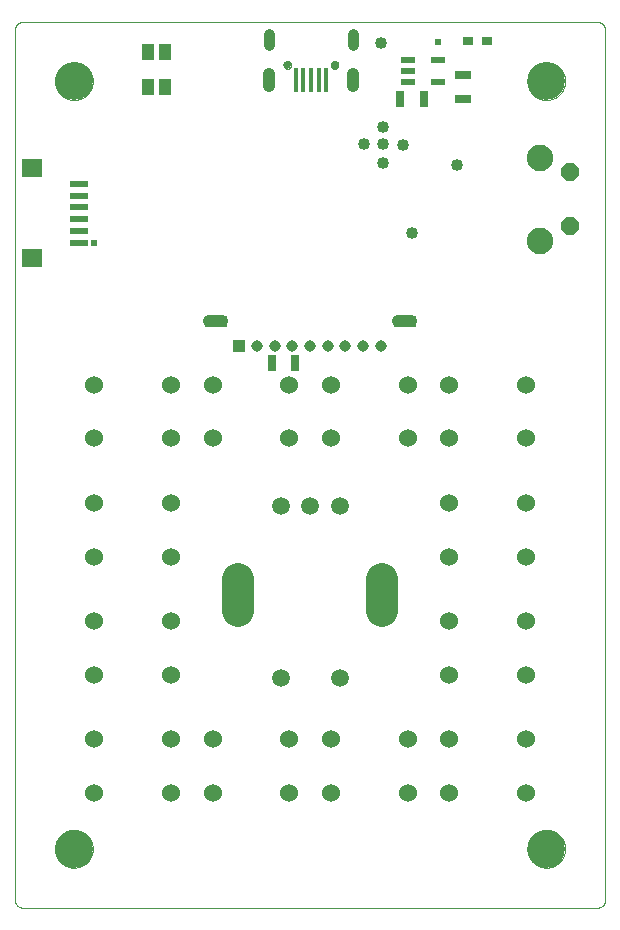
<source format=gts>
G75*
%MOIN*%
%OFA0B0*%
%FSLAX25Y25*%
%IPPOS*%
%LPD*%
%AMOC8*
5,1,8,0,0,1.08239X$1,22.5*
%
%ADD10C,0.00000*%
%ADD11R,0.05512X0.03150*%
%ADD12R,0.03150X0.05512*%
%ADD13C,0.03800*%
%ADD14C,0.04000*%
%ADD15R,0.01575X0.07874*%
%ADD16C,0.02559*%
%ADD17R,0.07087X0.06299*%
%ADD18R,0.06299X0.02362*%
%ADD19R,0.04724X0.02165*%
%ADD20C,0.06000*%
%ADD21R,0.02000X0.02000*%
%ADD22R,0.02000X0.02000*%
%ADD23C,0.04000*%
%ADD24OC8,0.06000*%
%ADD25C,0.08850*%
%ADD26C,0.12598*%
%ADD27R,0.04331X0.05709*%
%ADD28C,0.05906*%
%ADD29C,0.10630*%
%ADD30R,0.03839X0.03839*%
%ADD31C,0.03839*%
%ADD32C,0.04134*%
%ADD33R,0.03543X0.03150*%
D10*
X0029445Y0012103D02*
X0029445Y0301811D01*
X0029447Y0301915D01*
X0029453Y0302019D01*
X0029463Y0302123D01*
X0029476Y0302226D01*
X0029494Y0302329D01*
X0029515Y0302430D01*
X0029540Y0302532D01*
X0029569Y0302632D01*
X0029601Y0302730D01*
X0029637Y0302828D01*
X0029677Y0302924D01*
X0029721Y0303019D01*
X0029768Y0303112D01*
X0029818Y0303203D01*
X0029872Y0303292D01*
X0029929Y0303379D01*
X0029989Y0303464D01*
X0030052Y0303547D01*
X0030119Y0303627D01*
X0030188Y0303705D01*
X0030260Y0303780D01*
X0030335Y0303852D01*
X0030413Y0303921D01*
X0030493Y0303988D01*
X0030576Y0304051D01*
X0030661Y0304111D01*
X0030748Y0304168D01*
X0030837Y0304222D01*
X0030928Y0304272D01*
X0031021Y0304319D01*
X0031116Y0304363D01*
X0031212Y0304403D01*
X0031310Y0304439D01*
X0031408Y0304471D01*
X0031508Y0304500D01*
X0031610Y0304525D01*
X0031711Y0304546D01*
X0031814Y0304564D01*
X0031917Y0304577D01*
X0032021Y0304587D01*
X0032125Y0304593D01*
X0032229Y0304595D01*
X0032229Y0304594D02*
X0223512Y0304594D01*
X0223512Y0304595D02*
X0223616Y0304593D01*
X0223720Y0304587D01*
X0223824Y0304577D01*
X0223927Y0304564D01*
X0224030Y0304546D01*
X0224131Y0304525D01*
X0224233Y0304500D01*
X0224333Y0304471D01*
X0224431Y0304439D01*
X0224529Y0304403D01*
X0224625Y0304363D01*
X0224720Y0304319D01*
X0224813Y0304272D01*
X0224904Y0304222D01*
X0224993Y0304168D01*
X0225080Y0304111D01*
X0225165Y0304051D01*
X0225248Y0303988D01*
X0225328Y0303921D01*
X0225406Y0303852D01*
X0225481Y0303780D01*
X0225553Y0303705D01*
X0225622Y0303627D01*
X0225689Y0303547D01*
X0225752Y0303464D01*
X0225812Y0303379D01*
X0225869Y0303292D01*
X0225923Y0303203D01*
X0225973Y0303112D01*
X0226020Y0303019D01*
X0226064Y0302924D01*
X0226104Y0302828D01*
X0226140Y0302730D01*
X0226172Y0302632D01*
X0226201Y0302532D01*
X0226226Y0302430D01*
X0226247Y0302329D01*
X0226265Y0302226D01*
X0226278Y0302123D01*
X0226288Y0302019D01*
X0226294Y0301915D01*
X0226296Y0301811D01*
X0226296Y0012103D01*
X0226294Y0011999D01*
X0226288Y0011895D01*
X0226278Y0011791D01*
X0226265Y0011688D01*
X0226247Y0011585D01*
X0226226Y0011484D01*
X0226201Y0011382D01*
X0226172Y0011282D01*
X0226140Y0011184D01*
X0226104Y0011086D01*
X0226064Y0010990D01*
X0226020Y0010895D01*
X0225973Y0010802D01*
X0225923Y0010711D01*
X0225869Y0010622D01*
X0225812Y0010535D01*
X0225752Y0010450D01*
X0225689Y0010367D01*
X0225622Y0010287D01*
X0225553Y0010209D01*
X0225481Y0010134D01*
X0225406Y0010062D01*
X0225328Y0009993D01*
X0225248Y0009926D01*
X0225165Y0009863D01*
X0225080Y0009803D01*
X0224993Y0009746D01*
X0224904Y0009692D01*
X0224813Y0009642D01*
X0224720Y0009595D01*
X0224625Y0009551D01*
X0224529Y0009511D01*
X0224431Y0009475D01*
X0224333Y0009443D01*
X0224233Y0009414D01*
X0224131Y0009389D01*
X0224030Y0009368D01*
X0223927Y0009350D01*
X0223824Y0009337D01*
X0223720Y0009327D01*
X0223616Y0009321D01*
X0223512Y0009319D01*
X0032229Y0009319D01*
X0032125Y0009321D01*
X0032021Y0009327D01*
X0031917Y0009337D01*
X0031814Y0009350D01*
X0031711Y0009368D01*
X0031610Y0009389D01*
X0031508Y0009414D01*
X0031408Y0009443D01*
X0031310Y0009475D01*
X0031212Y0009511D01*
X0031116Y0009551D01*
X0031021Y0009595D01*
X0030928Y0009642D01*
X0030837Y0009692D01*
X0030748Y0009746D01*
X0030661Y0009803D01*
X0030576Y0009863D01*
X0030493Y0009926D01*
X0030413Y0009993D01*
X0030335Y0010062D01*
X0030260Y0010134D01*
X0030188Y0010209D01*
X0030119Y0010287D01*
X0030052Y0010367D01*
X0029989Y0010450D01*
X0029929Y0010535D01*
X0029872Y0010622D01*
X0029818Y0010711D01*
X0029768Y0010802D01*
X0029721Y0010895D01*
X0029677Y0010990D01*
X0029637Y0011086D01*
X0029601Y0011184D01*
X0029569Y0011282D01*
X0029540Y0011382D01*
X0029515Y0011484D01*
X0029494Y0011585D01*
X0029476Y0011688D01*
X0029463Y0011791D01*
X0029453Y0011895D01*
X0029447Y0011999D01*
X0029445Y0012103D01*
X0042831Y0029004D02*
X0042833Y0029162D01*
X0042839Y0029320D01*
X0042849Y0029478D01*
X0042863Y0029636D01*
X0042881Y0029793D01*
X0042902Y0029950D01*
X0042928Y0030106D01*
X0042958Y0030262D01*
X0042991Y0030417D01*
X0043029Y0030570D01*
X0043070Y0030723D01*
X0043115Y0030875D01*
X0043164Y0031026D01*
X0043217Y0031175D01*
X0043273Y0031323D01*
X0043333Y0031469D01*
X0043397Y0031614D01*
X0043465Y0031757D01*
X0043536Y0031899D01*
X0043610Y0032039D01*
X0043688Y0032176D01*
X0043770Y0032312D01*
X0043854Y0032446D01*
X0043943Y0032577D01*
X0044034Y0032706D01*
X0044129Y0032833D01*
X0044226Y0032958D01*
X0044327Y0033080D01*
X0044431Y0033199D01*
X0044538Y0033316D01*
X0044648Y0033430D01*
X0044761Y0033541D01*
X0044876Y0033650D01*
X0044994Y0033755D01*
X0045115Y0033857D01*
X0045238Y0033957D01*
X0045364Y0034053D01*
X0045492Y0034146D01*
X0045622Y0034236D01*
X0045755Y0034322D01*
X0045890Y0034406D01*
X0046026Y0034485D01*
X0046165Y0034562D01*
X0046306Y0034634D01*
X0046448Y0034704D01*
X0046592Y0034769D01*
X0046738Y0034831D01*
X0046885Y0034889D01*
X0047034Y0034944D01*
X0047184Y0034995D01*
X0047335Y0035042D01*
X0047487Y0035085D01*
X0047640Y0035124D01*
X0047795Y0035160D01*
X0047950Y0035191D01*
X0048106Y0035219D01*
X0048262Y0035243D01*
X0048419Y0035263D01*
X0048577Y0035279D01*
X0048734Y0035291D01*
X0048893Y0035299D01*
X0049051Y0035303D01*
X0049209Y0035303D01*
X0049367Y0035299D01*
X0049526Y0035291D01*
X0049683Y0035279D01*
X0049841Y0035263D01*
X0049998Y0035243D01*
X0050154Y0035219D01*
X0050310Y0035191D01*
X0050465Y0035160D01*
X0050620Y0035124D01*
X0050773Y0035085D01*
X0050925Y0035042D01*
X0051076Y0034995D01*
X0051226Y0034944D01*
X0051375Y0034889D01*
X0051522Y0034831D01*
X0051668Y0034769D01*
X0051812Y0034704D01*
X0051954Y0034634D01*
X0052095Y0034562D01*
X0052234Y0034485D01*
X0052370Y0034406D01*
X0052505Y0034322D01*
X0052638Y0034236D01*
X0052768Y0034146D01*
X0052896Y0034053D01*
X0053022Y0033957D01*
X0053145Y0033857D01*
X0053266Y0033755D01*
X0053384Y0033650D01*
X0053499Y0033541D01*
X0053612Y0033430D01*
X0053722Y0033316D01*
X0053829Y0033199D01*
X0053933Y0033080D01*
X0054034Y0032958D01*
X0054131Y0032833D01*
X0054226Y0032706D01*
X0054317Y0032577D01*
X0054406Y0032446D01*
X0054490Y0032312D01*
X0054572Y0032176D01*
X0054650Y0032039D01*
X0054724Y0031899D01*
X0054795Y0031757D01*
X0054863Y0031614D01*
X0054927Y0031469D01*
X0054987Y0031323D01*
X0055043Y0031175D01*
X0055096Y0031026D01*
X0055145Y0030875D01*
X0055190Y0030723D01*
X0055231Y0030570D01*
X0055269Y0030417D01*
X0055302Y0030262D01*
X0055332Y0030106D01*
X0055358Y0029950D01*
X0055379Y0029793D01*
X0055397Y0029636D01*
X0055411Y0029478D01*
X0055421Y0029320D01*
X0055427Y0029162D01*
X0055429Y0029004D01*
X0055427Y0028846D01*
X0055421Y0028688D01*
X0055411Y0028530D01*
X0055397Y0028372D01*
X0055379Y0028215D01*
X0055358Y0028058D01*
X0055332Y0027902D01*
X0055302Y0027746D01*
X0055269Y0027591D01*
X0055231Y0027438D01*
X0055190Y0027285D01*
X0055145Y0027133D01*
X0055096Y0026982D01*
X0055043Y0026833D01*
X0054987Y0026685D01*
X0054927Y0026539D01*
X0054863Y0026394D01*
X0054795Y0026251D01*
X0054724Y0026109D01*
X0054650Y0025969D01*
X0054572Y0025832D01*
X0054490Y0025696D01*
X0054406Y0025562D01*
X0054317Y0025431D01*
X0054226Y0025302D01*
X0054131Y0025175D01*
X0054034Y0025050D01*
X0053933Y0024928D01*
X0053829Y0024809D01*
X0053722Y0024692D01*
X0053612Y0024578D01*
X0053499Y0024467D01*
X0053384Y0024358D01*
X0053266Y0024253D01*
X0053145Y0024151D01*
X0053022Y0024051D01*
X0052896Y0023955D01*
X0052768Y0023862D01*
X0052638Y0023772D01*
X0052505Y0023686D01*
X0052370Y0023602D01*
X0052234Y0023523D01*
X0052095Y0023446D01*
X0051954Y0023374D01*
X0051812Y0023304D01*
X0051668Y0023239D01*
X0051522Y0023177D01*
X0051375Y0023119D01*
X0051226Y0023064D01*
X0051076Y0023013D01*
X0050925Y0022966D01*
X0050773Y0022923D01*
X0050620Y0022884D01*
X0050465Y0022848D01*
X0050310Y0022817D01*
X0050154Y0022789D01*
X0049998Y0022765D01*
X0049841Y0022745D01*
X0049683Y0022729D01*
X0049526Y0022717D01*
X0049367Y0022709D01*
X0049209Y0022705D01*
X0049051Y0022705D01*
X0048893Y0022709D01*
X0048734Y0022717D01*
X0048577Y0022729D01*
X0048419Y0022745D01*
X0048262Y0022765D01*
X0048106Y0022789D01*
X0047950Y0022817D01*
X0047795Y0022848D01*
X0047640Y0022884D01*
X0047487Y0022923D01*
X0047335Y0022966D01*
X0047184Y0023013D01*
X0047034Y0023064D01*
X0046885Y0023119D01*
X0046738Y0023177D01*
X0046592Y0023239D01*
X0046448Y0023304D01*
X0046306Y0023374D01*
X0046165Y0023446D01*
X0046026Y0023523D01*
X0045890Y0023602D01*
X0045755Y0023686D01*
X0045622Y0023772D01*
X0045492Y0023862D01*
X0045364Y0023955D01*
X0045238Y0024051D01*
X0045115Y0024151D01*
X0044994Y0024253D01*
X0044876Y0024358D01*
X0044761Y0024467D01*
X0044648Y0024578D01*
X0044538Y0024692D01*
X0044431Y0024809D01*
X0044327Y0024928D01*
X0044226Y0025050D01*
X0044129Y0025175D01*
X0044034Y0025302D01*
X0043943Y0025431D01*
X0043854Y0025562D01*
X0043770Y0025696D01*
X0043688Y0025832D01*
X0043610Y0025969D01*
X0043536Y0026109D01*
X0043465Y0026251D01*
X0043397Y0026394D01*
X0043333Y0026539D01*
X0043273Y0026685D01*
X0043217Y0026833D01*
X0043164Y0026982D01*
X0043115Y0027133D01*
X0043070Y0027285D01*
X0043029Y0027438D01*
X0042991Y0027591D01*
X0042958Y0027746D01*
X0042928Y0027902D01*
X0042902Y0028058D01*
X0042881Y0028215D01*
X0042863Y0028372D01*
X0042849Y0028530D01*
X0042839Y0028688D01*
X0042833Y0028846D01*
X0042831Y0029004D01*
X0100311Y0109319D02*
X0107398Y0109319D01*
X0107398Y0117980D01*
X0100311Y0117980D01*
X0100311Y0109319D01*
X0148343Y0109319D02*
X0155429Y0109319D01*
X0155429Y0117980D01*
X0148343Y0117980D01*
X0148343Y0109319D01*
X0200311Y0029004D02*
X0200313Y0029162D01*
X0200319Y0029320D01*
X0200329Y0029478D01*
X0200343Y0029636D01*
X0200361Y0029793D01*
X0200382Y0029950D01*
X0200408Y0030106D01*
X0200438Y0030262D01*
X0200471Y0030417D01*
X0200509Y0030570D01*
X0200550Y0030723D01*
X0200595Y0030875D01*
X0200644Y0031026D01*
X0200697Y0031175D01*
X0200753Y0031323D01*
X0200813Y0031469D01*
X0200877Y0031614D01*
X0200945Y0031757D01*
X0201016Y0031899D01*
X0201090Y0032039D01*
X0201168Y0032176D01*
X0201250Y0032312D01*
X0201334Y0032446D01*
X0201423Y0032577D01*
X0201514Y0032706D01*
X0201609Y0032833D01*
X0201706Y0032958D01*
X0201807Y0033080D01*
X0201911Y0033199D01*
X0202018Y0033316D01*
X0202128Y0033430D01*
X0202241Y0033541D01*
X0202356Y0033650D01*
X0202474Y0033755D01*
X0202595Y0033857D01*
X0202718Y0033957D01*
X0202844Y0034053D01*
X0202972Y0034146D01*
X0203102Y0034236D01*
X0203235Y0034322D01*
X0203370Y0034406D01*
X0203506Y0034485D01*
X0203645Y0034562D01*
X0203786Y0034634D01*
X0203928Y0034704D01*
X0204072Y0034769D01*
X0204218Y0034831D01*
X0204365Y0034889D01*
X0204514Y0034944D01*
X0204664Y0034995D01*
X0204815Y0035042D01*
X0204967Y0035085D01*
X0205120Y0035124D01*
X0205275Y0035160D01*
X0205430Y0035191D01*
X0205586Y0035219D01*
X0205742Y0035243D01*
X0205899Y0035263D01*
X0206057Y0035279D01*
X0206214Y0035291D01*
X0206373Y0035299D01*
X0206531Y0035303D01*
X0206689Y0035303D01*
X0206847Y0035299D01*
X0207006Y0035291D01*
X0207163Y0035279D01*
X0207321Y0035263D01*
X0207478Y0035243D01*
X0207634Y0035219D01*
X0207790Y0035191D01*
X0207945Y0035160D01*
X0208100Y0035124D01*
X0208253Y0035085D01*
X0208405Y0035042D01*
X0208556Y0034995D01*
X0208706Y0034944D01*
X0208855Y0034889D01*
X0209002Y0034831D01*
X0209148Y0034769D01*
X0209292Y0034704D01*
X0209434Y0034634D01*
X0209575Y0034562D01*
X0209714Y0034485D01*
X0209850Y0034406D01*
X0209985Y0034322D01*
X0210118Y0034236D01*
X0210248Y0034146D01*
X0210376Y0034053D01*
X0210502Y0033957D01*
X0210625Y0033857D01*
X0210746Y0033755D01*
X0210864Y0033650D01*
X0210979Y0033541D01*
X0211092Y0033430D01*
X0211202Y0033316D01*
X0211309Y0033199D01*
X0211413Y0033080D01*
X0211514Y0032958D01*
X0211611Y0032833D01*
X0211706Y0032706D01*
X0211797Y0032577D01*
X0211886Y0032446D01*
X0211970Y0032312D01*
X0212052Y0032176D01*
X0212130Y0032039D01*
X0212204Y0031899D01*
X0212275Y0031757D01*
X0212343Y0031614D01*
X0212407Y0031469D01*
X0212467Y0031323D01*
X0212523Y0031175D01*
X0212576Y0031026D01*
X0212625Y0030875D01*
X0212670Y0030723D01*
X0212711Y0030570D01*
X0212749Y0030417D01*
X0212782Y0030262D01*
X0212812Y0030106D01*
X0212838Y0029950D01*
X0212859Y0029793D01*
X0212877Y0029636D01*
X0212891Y0029478D01*
X0212901Y0029320D01*
X0212907Y0029162D01*
X0212909Y0029004D01*
X0212907Y0028846D01*
X0212901Y0028688D01*
X0212891Y0028530D01*
X0212877Y0028372D01*
X0212859Y0028215D01*
X0212838Y0028058D01*
X0212812Y0027902D01*
X0212782Y0027746D01*
X0212749Y0027591D01*
X0212711Y0027438D01*
X0212670Y0027285D01*
X0212625Y0027133D01*
X0212576Y0026982D01*
X0212523Y0026833D01*
X0212467Y0026685D01*
X0212407Y0026539D01*
X0212343Y0026394D01*
X0212275Y0026251D01*
X0212204Y0026109D01*
X0212130Y0025969D01*
X0212052Y0025832D01*
X0211970Y0025696D01*
X0211886Y0025562D01*
X0211797Y0025431D01*
X0211706Y0025302D01*
X0211611Y0025175D01*
X0211514Y0025050D01*
X0211413Y0024928D01*
X0211309Y0024809D01*
X0211202Y0024692D01*
X0211092Y0024578D01*
X0210979Y0024467D01*
X0210864Y0024358D01*
X0210746Y0024253D01*
X0210625Y0024151D01*
X0210502Y0024051D01*
X0210376Y0023955D01*
X0210248Y0023862D01*
X0210118Y0023772D01*
X0209985Y0023686D01*
X0209850Y0023602D01*
X0209714Y0023523D01*
X0209575Y0023446D01*
X0209434Y0023374D01*
X0209292Y0023304D01*
X0209148Y0023239D01*
X0209002Y0023177D01*
X0208855Y0023119D01*
X0208706Y0023064D01*
X0208556Y0023013D01*
X0208405Y0022966D01*
X0208253Y0022923D01*
X0208100Y0022884D01*
X0207945Y0022848D01*
X0207790Y0022817D01*
X0207634Y0022789D01*
X0207478Y0022765D01*
X0207321Y0022745D01*
X0207163Y0022729D01*
X0207006Y0022717D01*
X0206847Y0022709D01*
X0206689Y0022705D01*
X0206531Y0022705D01*
X0206373Y0022709D01*
X0206214Y0022717D01*
X0206057Y0022729D01*
X0205899Y0022745D01*
X0205742Y0022765D01*
X0205586Y0022789D01*
X0205430Y0022817D01*
X0205275Y0022848D01*
X0205120Y0022884D01*
X0204967Y0022923D01*
X0204815Y0022966D01*
X0204664Y0023013D01*
X0204514Y0023064D01*
X0204365Y0023119D01*
X0204218Y0023177D01*
X0204072Y0023239D01*
X0203928Y0023304D01*
X0203786Y0023374D01*
X0203645Y0023446D01*
X0203506Y0023523D01*
X0203370Y0023602D01*
X0203235Y0023686D01*
X0203102Y0023772D01*
X0202972Y0023862D01*
X0202844Y0023955D01*
X0202718Y0024051D01*
X0202595Y0024151D01*
X0202474Y0024253D01*
X0202356Y0024358D01*
X0202241Y0024467D01*
X0202128Y0024578D01*
X0202018Y0024692D01*
X0201911Y0024809D01*
X0201807Y0024928D01*
X0201706Y0025050D01*
X0201609Y0025175D01*
X0201514Y0025302D01*
X0201423Y0025431D01*
X0201334Y0025562D01*
X0201250Y0025696D01*
X0201168Y0025832D01*
X0201090Y0025969D01*
X0201016Y0026109D01*
X0200945Y0026251D01*
X0200877Y0026394D01*
X0200813Y0026539D01*
X0200753Y0026685D01*
X0200697Y0026833D01*
X0200644Y0026982D01*
X0200595Y0027133D01*
X0200550Y0027285D01*
X0200509Y0027438D01*
X0200471Y0027591D01*
X0200438Y0027746D01*
X0200408Y0027902D01*
X0200382Y0028058D01*
X0200361Y0028215D01*
X0200343Y0028372D01*
X0200329Y0028530D01*
X0200319Y0028688D01*
X0200313Y0028846D01*
X0200311Y0029004D01*
X0162910Y0203413D02*
X0155823Y0203413D01*
X0155823Y0206563D01*
X0162910Y0206563D01*
X0162910Y0203413D01*
X0143126Y0282646D02*
X0143126Y0287567D01*
X0143124Y0287625D01*
X0143118Y0287683D01*
X0143109Y0287740D01*
X0143096Y0287796D01*
X0143079Y0287852D01*
X0143059Y0287906D01*
X0143035Y0287959D01*
X0143007Y0288010D01*
X0142977Y0288059D01*
X0142943Y0288106D01*
X0142906Y0288151D01*
X0142866Y0288193D01*
X0142824Y0288233D01*
X0142779Y0288270D01*
X0142732Y0288304D01*
X0142683Y0288334D01*
X0142632Y0288362D01*
X0142579Y0288386D01*
X0142525Y0288406D01*
X0142469Y0288423D01*
X0142413Y0288436D01*
X0142356Y0288445D01*
X0142298Y0288451D01*
X0142240Y0288453D01*
X0142182Y0288451D01*
X0142124Y0288445D01*
X0142067Y0288436D01*
X0142011Y0288423D01*
X0141955Y0288406D01*
X0141901Y0288386D01*
X0141848Y0288362D01*
X0141797Y0288334D01*
X0141748Y0288304D01*
X0141701Y0288270D01*
X0141656Y0288233D01*
X0141614Y0288193D01*
X0141574Y0288151D01*
X0141537Y0288106D01*
X0141503Y0288059D01*
X0141473Y0288010D01*
X0141445Y0287959D01*
X0141421Y0287906D01*
X0141401Y0287852D01*
X0141384Y0287796D01*
X0141371Y0287740D01*
X0141362Y0287683D01*
X0141356Y0287625D01*
X0141354Y0287567D01*
X0141355Y0287567D02*
X0141355Y0282646D01*
X0141354Y0282646D02*
X0141356Y0282588D01*
X0141362Y0282530D01*
X0141371Y0282473D01*
X0141384Y0282417D01*
X0141401Y0282361D01*
X0141421Y0282307D01*
X0141445Y0282254D01*
X0141473Y0282203D01*
X0141503Y0282154D01*
X0141537Y0282107D01*
X0141574Y0282062D01*
X0141614Y0282020D01*
X0141656Y0281980D01*
X0141701Y0281943D01*
X0141748Y0281909D01*
X0141797Y0281879D01*
X0141848Y0281851D01*
X0141901Y0281827D01*
X0141955Y0281807D01*
X0142011Y0281790D01*
X0142067Y0281777D01*
X0142124Y0281768D01*
X0142182Y0281762D01*
X0142240Y0281760D01*
X0142298Y0281762D01*
X0142356Y0281768D01*
X0142413Y0281777D01*
X0142469Y0281790D01*
X0142525Y0281807D01*
X0142579Y0281827D01*
X0142632Y0281851D01*
X0142683Y0281879D01*
X0142732Y0281909D01*
X0142779Y0281943D01*
X0142824Y0281980D01*
X0142866Y0282020D01*
X0142906Y0282062D01*
X0142943Y0282107D01*
X0142977Y0282154D01*
X0143007Y0282203D01*
X0143035Y0282254D01*
X0143059Y0282307D01*
X0143079Y0282361D01*
X0143096Y0282417D01*
X0143109Y0282473D01*
X0143118Y0282530D01*
X0143124Y0282588D01*
X0143126Y0282646D01*
X0134760Y0290303D02*
X0134762Y0290374D01*
X0134768Y0290445D01*
X0134778Y0290516D01*
X0134792Y0290585D01*
X0134809Y0290654D01*
X0134831Y0290722D01*
X0134856Y0290789D01*
X0134885Y0290854D01*
X0134917Y0290917D01*
X0134953Y0290979D01*
X0134992Y0291038D01*
X0135035Y0291095D01*
X0135080Y0291150D01*
X0135129Y0291202D01*
X0135180Y0291251D01*
X0135234Y0291297D01*
X0135291Y0291341D01*
X0135349Y0291381D01*
X0135410Y0291417D01*
X0135473Y0291451D01*
X0135538Y0291480D01*
X0135604Y0291506D01*
X0135672Y0291529D01*
X0135740Y0291547D01*
X0135810Y0291562D01*
X0135880Y0291573D01*
X0135951Y0291580D01*
X0136022Y0291583D01*
X0136093Y0291582D01*
X0136164Y0291577D01*
X0136235Y0291568D01*
X0136305Y0291555D01*
X0136374Y0291539D01*
X0136442Y0291518D01*
X0136509Y0291494D01*
X0136575Y0291466D01*
X0136638Y0291434D01*
X0136700Y0291399D01*
X0136760Y0291361D01*
X0136818Y0291319D01*
X0136873Y0291275D01*
X0136926Y0291227D01*
X0136976Y0291176D01*
X0137023Y0291123D01*
X0137067Y0291067D01*
X0137108Y0291009D01*
X0137146Y0290948D01*
X0137180Y0290886D01*
X0137210Y0290821D01*
X0137237Y0290756D01*
X0137261Y0290688D01*
X0137280Y0290620D01*
X0137296Y0290551D01*
X0137308Y0290480D01*
X0137316Y0290410D01*
X0137320Y0290339D01*
X0137320Y0290267D01*
X0137316Y0290196D01*
X0137308Y0290126D01*
X0137296Y0290055D01*
X0137280Y0289986D01*
X0137261Y0289918D01*
X0137237Y0289850D01*
X0137210Y0289785D01*
X0137180Y0289720D01*
X0137146Y0289658D01*
X0137108Y0289597D01*
X0137067Y0289539D01*
X0137023Y0289483D01*
X0136976Y0289430D01*
X0136926Y0289379D01*
X0136873Y0289331D01*
X0136818Y0289287D01*
X0136760Y0289245D01*
X0136700Y0289207D01*
X0136638Y0289172D01*
X0136575Y0289140D01*
X0136509Y0289112D01*
X0136442Y0289088D01*
X0136374Y0289067D01*
X0136305Y0289051D01*
X0136235Y0289038D01*
X0136164Y0289029D01*
X0136093Y0289024D01*
X0136022Y0289023D01*
X0135951Y0289026D01*
X0135880Y0289033D01*
X0135810Y0289044D01*
X0135740Y0289059D01*
X0135672Y0289077D01*
X0135604Y0289100D01*
X0135538Y0289126D01*
X0135473Y0289155D01*
X0135410Y0289189D01*
X0135349Y0289225D01*
X0135291Y0289265D01*
X0135234Y0289309D01*
X0135180Y0289355D01*
X0135129Y0289404D01*
X0135080Y0289456D01*
X0135035Y0289511D01*
X0134992Y0289568D01*
X0134953Y0289627D01*
X0134917Y0289689D01*
X0134885Y0289752D01*
X0134856Y0289817D01*
X0134831Y0289884D01*
X0134809Y0289952D01*
X0134792Y0290021D01*
X0134778Y0290090D01*
X0134768Y0290161D01*
X0134762Y0290232D01*
X0134760Y0290303D01*
X0141355Y0296228D02*
X0141355Y0301150D01*
X0141354Y0301150D02*
X0141356Y0301208D01*
X0141362Y0301266D01*
X0141371Y0301323D01*
X0141384Y0301379D01*
X0141401Y0301435D01*
X0141421Y0301489D01*
X0141445Y0301542D01*
X0141473Y0301593D01*
X0141503Y0301642D01*
X0141537Y0301689D01*
X0141574Y0301734D01*
X0141614Y0301776D01*
X0141656Y0301816D01*
X0141701Y0301853D01*
X0141748Y0301887D01*
X0141797Y0301917D01*
X0141848Y0301945D01*
X0141901Y0301969D01*
X0141955Y0301989D01*
X0142011Y0302006D01*
X0142067Y0302019D01*
X0142124Y0302028D01*
X0142182Y0302034D01*
X0142240Y0302036D01*
X0142298Y0302034D01*
X0142356Y0302028D01*
X0142413Y0302019D01*
X0142469Y0302006D01*
X0142525Y0301989D01*
X0142579Y0301969D01*
X0142632Y0301945D01*
X0142683Y0301917D01*
X0142732Y0301887D01*
X0142779Y0301853D01*
X0142824Y0301816D01*
X0142866Y0301776D01*
X0142906Y0301734D01*
X0142943Y0301689D01*
X0142977Y0301642D01*
X0143007Y0301593D01*
X0143035Y0301542D01*
X0143059Y0301489D01*
X0143079Y0301435D01*
X0143096Y0301379D01*
X0143109Y0301323D01*
X0143118Y0301266D01*
X0143124Y0301208D01*
X0143126Y0301150D01*
X0143126Y0296228D01*
X0143124Y0296170D01*
X0143118Y0296112D01*
X0143109Y0296055D01*
X0143096Y0295999D01*
X0143079Y0295943D01*
X0143059Y0295889D01*
X0143035Y0295836D01*
X0143007Y0295785D01*
X0142977Y0295736D01*
X0142943Y0295689D01*
X0142906Y0295644D01*
X0142866Y0295602D01*
X0142824Y0295562D01*
X0142779Y0295525D01*
X0142732Y0295491D01*
X0142683Y0295461D01*
X0142632Y0295433D01*
X0142579Y0295409D01*
X0142525Y0295389D01*
X0142469Y0295372D01*
X0142413Y0295359D01*
X0142356Y0295350D01*
X0142298Y0295344D01*
X0142240Y0295342D01*
X0142182Y0295344D01*
X0142124Y0295350D01*
X0142067Y0295359D01*
X0142011Y0295372D01*
X0141955Y0295389D01*
X0141901Y0295409D01*
X0141848Y0295433D01*
X0141797Y0295461D01*
X0141748Y0295491D01*
X0141701Y0295525D01*
X0141656Y0295562D01*
X0141614Y0295602D01*
X0141574Y0295644D01*
X0141537Y0295689D01*
X0141503Y0295736D01*
X0141473Y0295785D01*
X0141445Y0295836D01*
X0141421Y0295889D01*
X0141401Y0295943D01*
X0141384Y0295999D01*
X0141371Y0296055D01*
X0141362Y0296112D01*
X0141356Y0296170D01*
X0141354Y0296228D01*
X0119012Y0290303D02*
X0119014Y0290374D01*
X0119020Y0290445D01*
X0119030Y0290516D01*
X0119044Y0290585D01*
X0119061Y0290654D01*
X0119083Y0290722D01*
X0119108Y0290789D01*
X0119137Y0290854D01*
X0119169Y0290917D01*
X0119205Y0290979D01*
X0119244Y0291038D01*
X0119287Y0291095D01*
X0119332Y0291150D01*
X0119381Y0291202D01*
X0119432Y0291251D01*
X0119486Y0291297D01*
X0119543Y0291341D01*
X0119601Y0291381D01*
X0119662Y0291417D01*
X0119725Y0291451D01*
X0119790Y0291480D01*
X0119856Y0291506D01*
X0119924Y0291529D01*
X0119992Y0291547D01*
X0120062Y0291562D01*
X0120132Y0291573D01*
X0120203Y0291580D01*
X0120274Y0291583D01*
X0120345Y0291582D01*
X0120416Y0291577D01*
X0120487Y0291568D01*
X0120557Y0291555D01*
X0120626Y0291539D01*
X0120694Y0291518D01*
X0120761Y0291494D01*
X0120827Y0291466D01*
X0120890Y0291434D01*
X0120952Y0291399D01*
X0121012Y0291361D01*
X0121070Y0291319D01*
X0121125Y0291275D01*
X0121178Y0291227D01*
X0121228Y0291176D01*
X0121275Y0291123D01*
X0121319Y0291067D01*
X0121360Y0291009D01*
X0121398Y0290948D01*
X0121432Y0290886D01*
X0121462Y0290821D01*
X0121489Y0290756D01*
X0121513Y0290688D01*
X0121532Y0290620D01*
X0121548Y0290551D01*
X0121560Y0290480D01*
X0121568Y0290410D01*
X0121572Y0290339D01*
X0121572Y0290267D01*
X0121568Y0290196D01*
X0121560Y0290126D01*
X0121548Y0290055D01*
X0121532Y0289986D01*
X0121513Y0289918D01*
X0121489Y0289850D01*
X0121462Y0289785D01*
X0121432Y0289720D01*
X0121398Y0289658D01*
X0121360Y0289597D01*
X0121319Y0289539D01*
X0121275Y0289483D01*
X0121228Y0289430D01*
X0121178Y0289379D01*
X0121125Y0289331D01*
X0121070Y0289287D01*
X0121012Y0289245D01*
X0120952Y0289207D01*
X0120890Y0289172D01*
X0120827Y0289140D01*
X0120761Y0289112D01*
X0120694Y0289088D01*
X0120626Y0289067D01*
X0120557Y0289051D01*
X0120487Y0289038D01*
X0120416Y0289029D01*
X0120345Y0289024D01*
X0120274Y0289023D01*
X0120203Y0289026D01*
X0120132Y0289033D01*
X0120062Y0289044D01*
X0119992Y0289059D01*
X0119924Y0289077D01*
X0119856Y0289100D01*
X0119790Y0289126D01*
X0119725Y0289155D01*
X0119662Y0289189D01*
X0119601Y0289225D01*
X0119543Y0289265D01*
X0119486Y0289309D01*
X0119432Y0289355D01*
X0119381Y0289404D01*
X0119332Y0289456D01*
X0119287Y0289511D01*
X0119244Y0289568D01*
X0119205Y0289627D01*
X0119169Y0289689D01*
X0119137Y0289752D01*
X0119108Y0289817D01*
X0119083Y0289884D01*
X0119061Y0289952D01*
X0119044Y0290021D01*
X0119030Y0290090D01*
X0119020Y0290161D01*
X0119014Y0290232D01*
X0119012Y0290303D01*
X0114977Y0287567D02*
X0114977Y0282646D01*
X0114975Y0282588D01*
X0114969Y0282530D01*
X0114960Y0282473D01*
X0114947Y0282417D01*
X0114930Y0282361D01*
X0114910Y0282307D01*
X0114886Y0282254D01*
X0114858Y0282203D01*
X0114828Y0282154D01*
X0114794Y0282107D01*
X0114757Y0282062D01*
X0114717Y0282020D01*
X0114675Y0281980D01*
X0114630Y0281943D01*
X0114583Y0281909D01*
X0114534Y0281879D01*
X0114483Y0281851D01*
X0114430Y0281827D01*
X0114376Y0281807D01*
X0114320Y0281790D01*
X0114264Y0281777D01*
X0114207Y0281768D01*
X0114149Y0281762D01*
X0114091Y0281760D01*
X0114033Y0281762D01*
X0113975Y0281768D01*
X0113918Y0281777D01*
X0113862Y0281790D01*
X0113806Y0281807D01*
X0113752Y0281827D01*
X0113699Y0281851D01*
X0113648Y0281879D01*
X0113599Y0281909D01*
X0113552Y0281943D01*
X0113507Y0281980D01*
X0113465Y0282020D01*
X0113425Y0282062D01*
X0113388Y0282107D01*
X0113354Y0282154D01*
X0113324Y0282203D01*
X0113296Y0282254D01*
X0113272Y0282307D01*
X0113252Y0282361D01*
X0113235Y0282417D01*
X0113222Y0282473D01*
X0113213Y0282530D01*
X0113207Y0282588D01*
X0113205Y0282646D01*
X0113205Y0287567D01*
X0113207Y0287625D01*
X0113213Y0287683D01*
X0113222Y0287740D01*
X0113235Y0287796D01*
X0113252Y0287852D01*
X0113272Y0287906D01*
X0113296Y0287959D01*
X0113324Y0288010D01*
X0113354Y0288059D01*
X0113388Y0288106D01*
X0113425Y0288151D01*
X0113465Y0288193D01*
X0113507Y0288233D01*
X0113552Y0288270D01*
X0113599Y0288304D01*
X0113648Y0288334D01*
X0113699Y0288362D01*
X0113752Y0288386D01*
X0113806Y0288406D01*
X0113862Y0288423D01*
X0113918Y0288436D01*
X0113975Y0288445D01*
X0114033Y0288451D01*
X0114091Y0288453D01*
X0114149Y0288451D01*
X0114207Y0288445D01*
X0114264Y0288436D01*
X0114320Y0288423D01*
X0114376Y0288406D01*
X0114430Y0288386D01*
X0114483Y0288362D01*
X0114534Y0288334D01*
X0114583Y0288304D01*
X0114630Y0288270D01*
X0114675Y0288233D01*
X0114717Y0288193D01*
X0114757Y0288151D01*
X0114794Y0288106D01*
X0114828Y0288059D01*
X0114858Y0288010D01*
X0114886Y0287959D01*
X0114910Y0287906D01*
X0114930Y0287852D01*
X0114947Y0287796D01*
X0114960Y0287740D01*
X0114969Y0287683D01*
X0114975Y0287625D01*
X0114977Y0287567D01*
X0114977Y0296228D02*
X0114977Y0301150D01*
X0114975Y0301208D01*
X0114969Y0301266D01*
X0114960Y0301323D01*
X0114947Y0301379D01*
X0114930Y0301435D01*
X0114910Y0301489D01*
X0114886Y0301542D01*
X0114858Y0301593D01*
X0114828Y0301642D01*
X0114794Y0301689D01*
X0114757Y0301734D01*
X0114717Y0301776D01*
X0114675Y0301816D01*
X0114630Y0301853D01*
X0114583Y0301887D01*
X0114534Y0301917D01*
X0114483Y0301945D01*
X0114430Y0301969D01*
X0114376Y0301989D01*
X0114320Y0302006D01*
X0114264Y0302019D01*
X0114207Y0302028D01*
X0114149Y0302034D01*
X0114091Y0302036D01*
X0114033Y0302034D01*
X0113975Y0302028D01*
X0113918Y0302019D01*
X0113862Y0302006D01*
X0113806Y0301989D01*
X0113752Y0301969D01*
X0113699Y0301945D01*
X0113648Y0301917D01*
X0113599Y0301887D01*
X0113552Y0301853D01*
X0113507Y0301816D01*
X0113465Y0301776D01*
X0113425Y0301734D01*
X0113388Y0301689D01*
X0113354Y0301642D01*
X0113324Y0301593D01*
X0113296Y0301542D01*
X0113272Y0301489D01*
X0113252Y0301435D01*
X0113235Y0301379D01*
X0113222Y0301323D01*
X0113213Y0301266D01*
X0113207Y0301208D01*
X0113205Y0301150D01*
X0113205Y0296228D01*
X0113207Y0296170D01*
X0113213Y0296112D01*
X0113222Y0296055D01*
X0113235Y0295999D01*
X0113252Y0295943D01*
X0113272Y0295889D01*
X0113296Y0295836D01*
X0113324Y0295785D01*
X0113354Y0295736D01*
X0113388Y0295689D01*
X0113425Y0295644D01*
X0113465Y0295602D01*
X0113507Y0295562D01*
X0113552Y0295525D01*
X0113599Y0295491D01*
X0113648Y0295461D01*
X0113699Y0295433D01*
X0113752Y0295409D01*
X0113806Y0295389D01*
X0113862Y0295372D01*
X0113918Y0295359D01*
X0113975Y0295350D01*
X0114033Y0295344D01*
X0114091Y0295342D01*
X0114149Y0295344D01*
X0114207Y0295350D01*
X0114264Y0295359D01*
X0114320Y0295372D01*
X0114376Y0295389D01*
X0114430Y0295409D01*
X0114483Y0295433D01*
X0114534Y0295461D01*
X0114583Y0295491D01*
X0114630Y0295525D01*
X0114675Y0295562D01*
X0114717Y0295602D01*
X0114757Y0295644D01*
X0114794Y0295689D01*
X0114828Y0295736D01*
X0114858Y0295785D01*
X0114886Y0295836D01*
X0114910Y0295889D01*
X0114930Y0295943D01*
X0114947Y0295999D01*
X0114960Y0296055D01*
X0114969Y0296112D01*
X0114975Y0296170D01*
X0114977Y0296228D01*
X0099918Y0206563D02*
X0092831Y0206563D01*
X0092831Y0203413D01*
X0099918Y0203413D01*
X0099918Y0206563D01*
X0042831Y0284909D02*
X0042833Y0285067D01*
X0042839Y0285225D01*
X0042849Y0285383D01*
X0042863Y0285541D01*
X0042881Y0285698D01*
X0042902Y0285855D01*
X0042928Y0286011D01*
X0042958Y0286167D01*
X0042991Y0286322D01*
X0043029Y0286475D01*
X0043070Y0286628D01*
X0043115Y0286780D01*
X0043164Y0286931D01*
X0043217Y0287080D01*
X0043273Y0287228D01*
X0043333Y0287374D01*
X0043397Y0287519D01*
X0043465Y0287662D01*
X0043536Y0287804D01*
X0043610Y0287944D01*
X0043688Y0288081D01*
X0043770Y0288217D01*
X0043854Y0288351D01*
X0043943Y0288482D01*
X0044034Y0288611D01*
X0044129Y0288738D01*
X0044226Y0288863D01*
X0044327Y0288985D01*
X0044431Y0289104D01*
X0044538Y0289221D01*
X0044648Y0289335D01*
X0044761Y0289446D01*
X0044876Y0289555D01*
X0044994Y0289660D01*
X0045115Y0289762D01*
X0045238Y0289862D01*
X0045364Y0289958D01*
X0045492Y0290051D01*
X0045622Y0290141D01*
X0045755Y0290227D01*
X0045890Y0290311D01*
X0046026Y0290390D01*
X0046165Y0290467D01*
X0046306Y0290539D01*
X0046448Y0290609D01*
X0046592Y0290674D01*
X0046738Y0290736D01*
X0046885Y0290794D01*
X0047034Y0290849D01*
X0047184Y0290900D01*
X0047335Y0290947D01*
X0047487Y0290990D01*
X0047640Y0291029D01*
X0047795Y0291065D01*
X0047950Y0291096D01*
X0048106Y0291124D01*
X0048262Y0291148D01*
X0048419Y0291168D01*
X0048577Y0291184D01*
X0048734Y0291196D01*
X0048893Y0291204D01*
X0049051Y0291208D01*
X0049209Y0291208D01*
X0049367Y0291204D01*
X0049526Y0291196D01*
X0049683Y0291184D01*
X0049841Y0291168D01*
X0049998Y0291148D01*
X0050154Y0291124D01*
X0050310Y0291096D01*
X0050465Y0291065D01*
X0050620Y0291029D01*
X0050773Y0290990D01*
X0050925Y0290947D01*
X0051076Y0290900D01*
X0051226Y0290849D01*
X0051375Y0290794D01*
X0051522Y0290736D01*
X0051668Y0290674D01*
X0051812Y0290609D01*
X0051954Y0290539D01*
X0052095Y0290467D01*
X0052234Y0290390D01*
X0052370Y0290311D01*
X0052505Y0290227D01*
X0052638Y0290141D01*
X0052768Y0290051D01*
X0052896Y0289958D01*
X0053022Y0289862D01*
X0053145Y0289762D01*
X0053266Y0289660D01*
X0053384Y0289555D01*
X0053499Y0289446D01*
X0053612Y0289335D01*
X0053722Y0289221D01*
X0053829Y0289104D01*
X0053933Y0288985D01*
X0054034Y0288863D01*
X0054131Y0288738D01*
X0054226Y0288611D01*
X0054317Y0288482D01*
X0054406Y0288351D01*
X0054490Y0288217D01*
X0054572Y0288081D01*
X0054650Y0287944D01*
X0054724Y0287804D01*
X0054795Y0287662D01*
X0054863Y0287519D01*
X0054927Y0287374D01*
X0054987Y0287228D01*
X0055043Y0287080D01*
X0055096Y0286931D01*
X0055145Y0286780D01*
X0055190Y0286628D01*
X0055231Y0286475D01*
X0055269Y0286322D01*
X0055302Y0286167D01*
X0055332Y0286011D01*
X0055358Y0285855D01*
X0055379Y0285698D01*
X0055397Y0285541D01*
X0055411Y0285383D01*
X0055421Y0285225D01*
X0055427Y0285067D01*
X0055429Y0284909D01*
X0055427Y0284751D01*
X0055421Y0284593D01*
X0055411Y0284435D01*
X0055397Y0284277D01*
X0055379Y0284120D01*
X0055358Y0283963D01*
X0055332Y0283807D01*
X0055302Y0283651D01*
X0055269Y0283496D01*
X0055231Y0283343D01*
X0055190Y0283190D01*
X0055145Y0283038D01*
X0055096Y0282887D01*
X0055043Y0282738D01*
X0054987Y0282590D01*
X0054927Y0282444D01*
X0054863Y0282299D01*
X0054795Y0282156D01*
X0054724Y0282014D01*
X0054650Y0281874D01*
X0054572Y0281737D01*
X0054490Y0281601D01*
X0054406Y0281467D01*
X0054317Y0281336D01*
X0054226Y0281207D01*
X0054131Y0281080D01*
X0054034Y0280955D01*
X0053933Y0280833D01*
X0053829Y0280714D01*
X0053722Y0280597D01*
X0053612Y0280483D01*
X0053499Y0280372D01*
X0053384Y0280263D01*
X0053266Y0280158D01*
X0053145Y0280056D01*
X0053022Y0279956D01*
X0052896Y0279860D01*
X0052768Y0279767D01*
X0052638Y0279677D01*
X0052505Y0279591D01*
X0052370Y0279507D01*
X0052234Y0279428D01*
X0052095Y0279351D01*
X0051954Y0279279D01*
X0051812Y0279209D01*
X0051668Y0279144D01*
X0051522Y0279082D01*
X0051375Y0279024D01*
X0051226Y0278969D01*
X0051076Y0278918D01*
X0050925Y0278871D01*
X0050773Y0278828D01*
X0050620Y0278789D01*
X0050465Y0278753D01*
X0050310Y0278722D01*
X0050154Y0278694D01*
X0049998Y0278670D01*
X0049841Y0278650D01*
X0049683Y0278634D01*
X0049526Y0278622D01*
X0049367Y0278614D01*
X0049209Y0278610D01*
X0049051Y0278610D01*
X0048893Y0278614D01*
X0048734Y0278622D01*
X0048577Y0278634D01*
X0048419Y0278650D01*
X0048262Y0278670D01*
X0048106Y0278694D01*
X0047950Y0278722D01*
X0047795Y0278753D01*
X0047640Y0278789D01*
X0047487Y0278828D01*
X0047335Y0278871D01*
X0047184Y0278918D01*
X0047034Y0278969D01*
X0046885Y0279024D01*
X0046738Y0279082D01*
X0046592Y0279144D01*
X0046448Y0279209D01*
X0046306Y0279279D01*
X0046165Y0279351D01*
X0046026Y0279428D01*
X0045890Y0279507D01*
X0045755Y0279591D01*
X0045622Y0279677D01*
X0045492Y0279767D01*
X0045364Y0279860D01*
X0045238Y0279956D01*
X0045115Y0280056D01*
X0044994Y0280158D01*
X0044876Y0280263D01*
X0044761Y0280372D01*
X0044648Y0280483D01*
X0044538Y0280597D01*
X0044431Y0280714D01*
X0044327Y0280833D01*
X0044226Y0280955D01*
X0044129Y0281080D01*
X0044034Y0281207D01*
X0043943Y0281336D01*
X0043854Y0281467D01*
X0043770Y0281601D01*
X0043688Y0281737D01*
X0043610Y0281874D01*
X0043536Y0282014D01*
X0043465Y0282156D01*
X0043397Y0282299D01*
X0043333Y0282444D01*
X0043273Y0282590D01*
X0043217Y0282738D01*
X0043164Y0282887D01*
X0043115Y0283038D01*
X0043070Y0283190D01*
X0043029Y0283343D01*
X0042991Y0283496D01*
X0042958Y0283651D01*
X0042928Y0283807D01*
X0042902Y0283963D01*
X0042881Y0284120D01*
X0042863Y0284277D01*
X0042849Y0284435D01*
X0042839Y0284593D01*
X0042833Y0284751D01*
X0042831Y0284909D01*
X0200311Y0284909D02*
X0200313Y0285067D01*
X0200319Y0285225D01*
X0200329Y0285383D01*
X0200343Y0285541D01*
X0200361Y0285698D01*
X0200382Y0285855D01*
X0200408Y0286011D01*
X0200438Y0286167D01*
X0200471Y0286322D01*
X0200509Y0286475D01*
X0200550Y0286628D01*
X0200595Y0286780D01*
X0200644Y0286931D01*
X0200697Y0287080D01*
X0200753Y0287228D01*
X0200813Y0287374D01*
X0200877Y0287519D01*
X0200945Y0287662D01*
X0201016Y0287804D01*
X0201090Y0287944D01*
X0201168Y0288081D01*
X0201250Y0288217D01*
X0201334Y0288351D01*
X0201423Y0288482D01*
X0201514Y0288611D01*
X0201609Y0288738D01*
X0201706Y0288863D01*
X0201807Y0288985D01*
X0201911Y0289104D01*
X0202018Y0289221D01*
X0202128Y0289335D01*
X0202241Y0289446D01*
X0202356Y0289555D01*
X0202474Y0289660D01*
X0202595Y0289762D01*
X0202718Y0289862D01*
X0202844Y0289958D01*
X0202972Y0290051D01*
X0203102Y0290141D01*
X0203235Y0290227D01*
X0203370Y0290311D01*
X0203506Y0290390D01*
X0203645Y0290467D01*
X0203786Y0290539D01*
X0203928Y0290609D01*
X0204072Y0290674D01*
X0204218Y0290736D01*
X0204365Y0290794D01*
X0204514Y0290849D01*
X0204664Y0290900D01*
X0204815Y0290947D01*
X0204967Y0290990D01*
X0205120Y0291029D01*
X0205275Y0291065D01*
X0205430Y0291096D01*
X0205586Y0291124D01*
X0205742Y0291148D01*
X0205899Y0291168D01*
X0206057Y0291184D01*
X0206214Y0291196D01*
X0206373Y0291204D01*
X0206531Y0291208D01*
X0206689Y0291208D01*
X0206847Y0291204D01*
X0207006Y0291196D01*
X0207163Y0291184D01*
X0207321Y0291168D01*
X0207478Y0291148D01*
X0207634Y0291124D01*
X0207790Y0291096D01*
X0207945Y0291065D01*
X0208100Y0291029D01*
X0208253Y0290990D01*
X0208405Y0290947D01*
X0208556Y0290900D01*
X0208706Y0290849D01*
X0208855Y0290794D01*
X0209002Y0290736D01*
X0209148Y0290674D01*
X0209292Y0290609D01*
X0209434Y0290539D01*
X0209575Y0290467D01*
X0209714Y0290390D01*
X0209850Y0290311D01*
X0209985Y0290227D01*
X0210118Y0290141D01*
X0210248Y0290051D01*
X0210376Y0289958D01*
X0210502Y0289862D01*
X0210625Y0289762D01*
X0210746Y0289660D01*
X0210864Y0289555D01*
X0210979Y0289446D01*
X0211092Y0289335D01*
X0211202Y0289221D01*
X0211309Y0289104D01*
X0211413Y0288985D01*
X0211514Y0288863D01*
X0211611Y0288738D01*
X0211706Y0288611D01*
X0211797Y0288482D01*
X0211886Y0288351D01*
X0211970Y0288217D01*
X0212052Y0288081D01*
X0212130Y0287944D01*
X0212204Y0287804D01*
X0212275Y0287662D01*
X0212343Y0287519D01*
X0212407Y0287374D01*
X0212467Y0287228D01*
X0212523Y0287080D01*
X0212576Y0286931D01*
X0212625Y0286780D01*
X0212670Y0286628D01*
X0212711Y0286475D01*
X0212749Y0286322D01*
X0212782Y0286167D01*
X0212812Y0286011D01*
X0212838Y0285855D01*
X0212859Y0285698D01*
X0212877Y0285541D01*
X0212891Y0285383D01*
X0212901Y0285225D01*
X0212907Y0285067D01*
X0212909Y0284909D01*
X0212907Y0284751D01*
X0212901Y0284593D01*
X0212891Y0284435D01*
X0212877Y0284277D01*
X0212859Y0284120D01*
X0212838Y0283963D01*
X0212812Y0283807D01*
X0212782Y0283651D01*
X0212749Y0283496D01*
X0212711Y0283343D01*
X0212670Y0283190D01*
X0212625Y0283038D01*
X0212576Y0282887D01*
X0212523Y0282738D01*
X0212467Y0282590D01*
X0212407Y0282444D01*
X0212343Y0282299D01*
X0212275Y0282156D01*
X0212204Y0282014D01*
X0212130Y0281874D01*
X0212052Y0281737D01*
X0211970Y0281601D01*
X0211886Y0281467D01*
X0211797Y0281336D01*
X0211706Y0281207D01*
X0211611Y0281080D01*
X0211514Y0280955D01*
X0211413Y0280833D01*
X0211309Y0280714D01*
X0211202Y0280597D01*
X0211092Y0280483D01*
X0210979Y0280372D01*
X0210864Y0280263D01*
X0210746Y0280158D01*
X0210625Y0280056D01*
X0210502Y0279956D01*
X0210376Y0279860D01*
X0210248Y0279767D01*
X0210118Y0279677D01*
X0209985Y0279591D01*
X0209850Y0279507D01*
X0209714Y0279428D01*
X0209575Y0279351D01*
X0209434Y0279279D01*
X0209292Y0279209D01*
X0209148Y0279144D01*
X0209002Y0279082D01*
X0208855Y0279024D01*
X0208706Y0278969D01*
X0208556Y0278918D01*
X0208405Y0278871D01*
X0208253Y0278828D01*
X0208100Y0278789D01*
X0207945Y0278753D01*
X0207790Y0278722D01*
X0207634Y0278694D01*
X0207478Y0278670D01*
X0207321Y0278650D01*
X0207163Y0278634D01*
X0207006Y0278622D01*
X0206847Y0278614D01*
X0206689Y0278610D01*
X0206531Y0278610D01*
X0206373Y0278614D01*
X0206214Y0278622D01*
X0206057Y0278634D01*
X0205899Y0278650D01*
X0205742Y0278670D01*
X0205586Y0278694D01*
X0205430Y0278722D01*
X0205275Y0278753D01*
X0205120Y0278789D01*
X0204967Y0278828D01*
X0204815Y0278871D01*
X0204664Y0278918D01*
X0204514Y0278969D01*
X0204365Y0279024D01*
X0204218Y0279082D01*
X0204072Y0279144D01*
X0203928Y0279209D01*
X0203786Y0279279D01*
X0203645Y0279351D01*
X0203506Y0279428D01*
X0203370Y0279507D01*
X0203235Y0279591D01*
X0203102Y0279677D01*
X0202972Y0279767D01*
X0202844Y0279860D01*
X0202718Y0279956D01*
X0202595Y0280056D01*
X0202474Y0280158D01*
X0202356Y0280263D01*
X0202241Y0280372D01*
X0202128Y0280483D01*
X0202018Y0280597D01*
X0201911Y0280714D01*
X0201807Y0280833D01*
X0201706Y0280955D01*
X0201609Y0281080D01*
X0201514Y0281207D01*
X0201423Y0281336D01*
X0201334Y0281467D01*
X0201250Y0281601D01*
X0201168Y0281737D01*
X0201090Y0281874D01*
X0201016Y0282014D01*
X0200945Y0282156D01*
X0200877Y0282299D01*
X0200813Y0282444D01*
X0200753Y0282590D01*
X0200697Y0282738D01*
X0200644Y0282887D01*
X0200595Y0283038D01*
X0200550Y0283190D01*
X0200509Y0283343D01*
X0200471Y0283496D01*
X0200438Y0283651D01*
X0200408Y0283807D01*
X0200382Y0283963D01*
X0200361Y0284120D01*
X0200343Y0284277D01*
X0200329Y0284435D01*
X0200319Y0284593D01*
X0200313Y0284751D01*
X0200311Y0284909D01*
D11*
X0178736Y0286917D03*
X0178736Y0279043D03*
D12*
X0165744Y0279043D03*
X0157870Y0279043D03*
X0122949Y0191012D03*
X0115075Y0191012D03*
D13*
X0114091Y0296789D02*
X0114091Y0300589D01*
X0142240Y0300589D02*
X0142240Y0296789D01*
D14*
X0142240Y0287106D02*
X0142240Y0283106D01*
X0114091Y0283106D02*
X0114091Y0287106D01*
D15*
X0123047Y0285303D03*
X0125607Y0285303D03*
X0128166Y0285303D03*
X0130725Y0285303D03*
X0133284Y0285303D03*
D16*
X0136040Y0290303D03*
X0120292Y0290303D03*
D17*
X0035351Y0255776D03*
X0035351Y0225854D03*
D18*
X0050705Y0230972D03*
X0050705Y0234909D03*
X0050705Y0238846D03*
X0050705Y0242783D03*
X0050705Y0246720D03*
X0050705Y0250657D03*
D19*
X0160429Y0284516D03*
X0160429Y0288256D03*
X0160429Y0291996D03*
X0170666Y0291996D03*
X0170666Y0284516D03*
D20*
X0174125Y0183573D03*
X0160355Y0183573D03*
X0160355Y0165773D03*
X0174125Y0165773D03*
X0174125Y0144203D03*
X0174125Y0126403D03*
X0174125Y0104833D03*
X0174125Y0087033D03*
X0174125Y0065463D03*
X0160355Y0065463D03*
X0160355Y0047663D03*
X0174125Y0047663D03*
X0199725Y0047663D03*
X0199725Y0065463D03*
X0199725Y0087033D03*
X0199725Y0104833D03*
X0199725Y0126403D03*
X0199725Y0144203D03*
X0199725Y0165773D03*
X0199725Y0183573D03*
X0134755Y0183573D03*
X0134755Y0165773D03*
X0120985Y0165773D03*
X0120985Y0183573D03*
X0095385Y0183573D03*
X0081615Y0183573D03*
X0081615Y0165773D03*
X0095385Y0165773D03*
X0081615Y0144203D03*
X0081615Y0126403D03*
X0081615Y0104833D03*
X0081615Y0087033D03*
X0081615Y0065463D03*
X0095385Y0065463D03*
X0095385Y0047663D03*
X0081615Y0047663D03*
X0056015Y0047663D03*
X0056015Y0065463D03*
X0056015Y0087033D03*
X0056015Y0104833D03*
X0056015Y0126403D03*
X0056015Y0144203D03*
X0056015Y0165773D03*
X0056015Y0183573D03*
X0120985Y0065463D03*
X0120985Y0047663D03*
X0134755Y0047663D03*
X0134755Y0065463D03*
D21*
G36*
X0171562Y0298886D02*
X0171611Y0296887D01*
X0169612Y0296838D01*
X0169563Y0298837D01*
X0171562Y0298886D01*
G37*
D22*
X0055705Y0230894D03*
D23*
X0145981Y0264043D03*
X0152280Y0264043D03*
X0152280Y0269555D03*
X0158973Y0263650D03*
X0152280Y0257744D03*
X0161729Y0234122D03*
X0176689Y0256957D03*
X0151492Y0297508D03*
D24*
X0214463Y0254439D03*
X0214463Y0236639D03*
D25*
X0204663Y0231739D03*
X0204663Y0259339D03*
D26*
X0206610Y0284909D03*
X0049130Y0284909D03*
X0049130Y0029004D03*
X0206610Y0029004D03*
D27*
X0079642Y0283039D03*
X0073736Y0283039D03*
X0073736Y0294654D03*
X0079642Y0294654D03*
D28*
X0118028Y0143177D03*
X0127870Y0143177D03*
X0137713Y0143177D03*
X0137713Y0086091D03*
X0118028Y0086091D03*
D29*
X0103855Y0108335D02*
X0103855Y0118965D01*
X0151886Y0118965D02*
X0151886Y0108335D01*
D30*
X0104248Y0196720D03*
D31*
X0110154Y0196720D03*
X0116059Y0196720D03*
X0121965Y0196720D03*
X0127870Y0196720D03*
X0133776Y0196720D03*
X0139681Y0196720D03*
X0145587Y0196720D03*
X0151492Y0196720D03*
D32*
X0157299Y0204988D02*
X0161433Y0204988D01*
X0098441Y0204988D02*
X0094307Y0204988D01*
D33*
X0180587Y0298295D03*
X0186886Y0298295D03*
M02*

</source>
